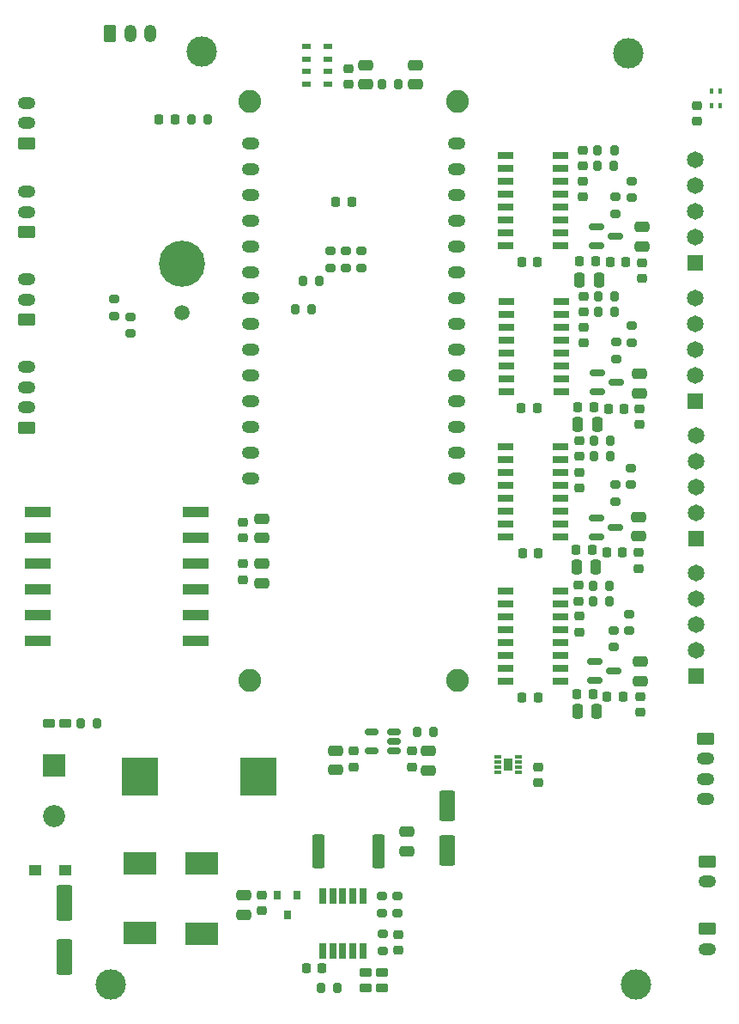
<source format=gts>
G04 #@! TF.GenerationSoftware,KiCad,Pcbnew,(6.0.5)*
G04 #@! TF.CreationDate,2022-06-09T16:15:49+02:00*
G04 #@! TF.ProjectId,ruche,72756368-652e-46b6-9963-61645f706362,rev?*
G04 #@! TF.SameCoordinates,Original*
G04 #@! TF.FileFunction,Soldermask,Top*
G04 #@! TF.FilePolarity,Negative*
%FSLAX46Y46*%
G04 Gerber Fmt 4.6, Leading zero omitted, Abs format (unit mm)*
G04 Created by KiCad (PCBNEW (6.0.5)) date 2022-06-09 16:15:49*
%MOMM*%
%LPD*%
G01*
G04 APERTURE LIST*
G04 Aperture macros list*
%AMRoundRect*
0 Rectangle with rounded corners*
0 $1 Rounding radius*
0 $2 $3 $4 $5 $6 $7 $8 $9 X,Y pos of 4 corners*
0 Add a 4 corners polygon primitive as box body*
4,1,4,$2,$3,$4,$5,$6,$7,$8,$9,$2,$3,0*
0 Add four circle primitives for the rounded corners*
1,1,$1+$1,$2,$3*
1,1,$1+$1,$4,$5*
1,1,$1+$1,$6,$7*
1,1,$1+$1,$8,$9*
0 Add four rect primitives between the rounded corners*
20,1,$1+$1,$2,$3,$4,$5,0*
20,1,$1+$1,$4,$5,$6,$7,0*
20,1,$1+$1,$6,$7,$8,$9,0*
20,1,$1+$1,$8,$9,$2,$3,0*%
G04 Aperture macros list end*
%ADD10RoundRect,0.250000X-0.550000X1.500000X-0.550000X-1.500000X0.550000X-1.500000X0.550000X1.500000X0*%
%ADD11RoundRect,0.225000X-0.250000X0.225000X-0.250000X-0.225000X0.250000X-0.225000X0.250000X0.225000X0*%
%ADD12RoundRect,0.250000X-0.475000X0.250000X-0.475000X-0.250000X0.475000X-0.250000X0.475000X0.250000X0*%
%ADD13RoundRect,0.225000X-0.225000X-0.250000X0.225000X-0.250000X0.225000X0.250000X-0.225000X0.250000X0*%
%ADD14RoundRect,0.250000X0.475000X-0.250000X0.475000X0.250000X-0.475000X0.250000X-0.475000X-0.250000X0*%
%ADD15RoundRect,0.250000X0.550000X-1.250000X0.550000X1.250000X-0.550000X1.250000X-0.550000X-1.250000X0*%
%ADD16RoundRect,0.212500X-0.400000X-0.212500X0.400000X-0.212500X0.400000X0.212500X-0.400000X0.212500X0*%
%ADD17R,1.240000X1.120000*%
%ADD18R,3.200000X2.250000*%
%ADD19R,0.650000X1.525000*%
%ADD20R,2.175000X2.175000*%
%ADD21C,2.175000*%
%ADD22RoundRect,0.250000X0.625000X-0.350000X0.625000X0.350000X-0.625000X0.350000X-0.625000X-0.350000X0*%
%ADD23O,1.750000X1.200000*%
%ADD24R,3.650000X3.750000*%
%ADD25R,0.800000X0.900000*%
%ADD26RoundRect,0.200000X-0.200000X-0.275000X0.200000X-0.275000X0.200000X0.275000X-0.200000X0.275000X0*%
%ADD27RoundRect,0.200000X0.275000X-0.200000X0.275000X0.200000X-0.275000X0.200000X-0.275000X-0.200000X0*%
%ADD28RoundRect,0.200000X-0.275000X0.200000X-0.275000X-0.200000X0.275000X-0.200000X0.275000X0.200000X0*%
%ADD29RoundRect,0.250000X-0.362500X-1.425000X0.362500X-1.425000X0.362500X1.425000X-0.362500X1.425000X0*%
%ADD30RoundRect,0.250000X-0.625000X0.350000X-0.625000X-0.350000X0.625000X-0.350000X0.625000X0.350000X0*%
%ADD31R,0.750000X0.300000*%
%ADD32R,0.900000X1.300000*%
%ADD33R,2.500000X1.000000*%
%ADD34R,0.300000X0.500000*%
%ADD35C,1.500000*%
%ADD36C,4.540000*%
%ADD37RoundRect,0.225000X0.250000X-0.225000X0.250000X0.225000X-0.250000X0.225000X-0.250000X-0.225000X0*%
%ADD38RoundRect,0.250000X-0.350000X-0.625000X0.350000X-0.625000X0.350000X0.625000X-0.350000X0.625000X0*%
%ADD39O,1.200000X1.750000*%
%ADD40RoundRect,0.150000X-0.587500X-0.150000X0.587500X-0.150000X0.587500X0.150000X-0.587500X0.150000X0*%
%ADD41R,1.650000X1.650000*%
%ADD42C,1.650000*%
%ADD43RoundRect,0.218750X0.218750X0.256250X-0.218750X0.256250X-0.218750X-0.256250X0.218750X-0.256250X0*%
%ADD44RoundRect,0.218750X-0.218750X-0.256250X0.218750X-0.256250X0.218750X0.256250X-0.218750X0.256250X0*%
%ADD45RoundRect,0.250000X-0.250000X-0.475000X0.250000X-0.475000X0.250000X0.475000X-0.250000X0.475000X0*%
%ADD46R,1.525000X0.700000*%
%ADD47C,2.250000*%
%ADD48RoundRect,0.225000X0.225000X0.250000X-0.225000X0.250000X-0.225000X-0.250000X0.225000X-0.250000X0*%
%ADD49C,3.000000*%
%ADD50R,0.950000X0.550000*%
%ADD51RoundRect,0.150000X0.512500X0.150000X-0.512500X0.150000X-0.512500X-0.150000X0.512500X-0.150000X0*%
G04 APERTURE END LIST*
D10*
X102625000Y-157110000D03*
X102625000Y-162510000D03*
D11*
X122060000Y-156385000D03*
X122060000Y-157935000D03*
D12*
X120290000Y-156390000D03*
X120290000Y-158290000D03*
D11*
X135560000Y-160275000D03*
X135560000Y-161825000D03*
X149347466Y-143757466D03*
X149347466Y-145307466D03*
D13*
X126495000Y-163600000D03*
X128045000Y-163600000D03*
D14*
X136410000Y-152035000D03*
X136410000Y-150135000D03*
D15*
X140380000Y-152010000D03*
X140380000Y-147610000D03*
D11*
X165012609Y-78557391D03*
X165012609Y-80107391D03*
D16*
X101047500Y-139430000D03*
X102672500Y-139430000D03*
D17*
X102700000Y-153900000D03*
X99700000Y-153900000D03*
D16*
X132307500Y-165542000D03*
X133932500Y-165542000D03*
X132327500Y-163992000D03*
X133952500Y-163992000D03*
D18*
X116180000Y-153260000D03*
X116180000Y-160160000D03*
X110025000Y-153235000D03*
X110025000Y-160135000D03*
D19*
X128070000Y-161912000D03*
X129070000Y-161912000D03*
X130070000Y-161912000D03*
X131070000Y-161912000D03*
X132070000Y-161912000D03*
X132070000Y-156488000D03*
X131070000Y-156488000D03*
X130070000Y-156488000D03*
X129070000Y-156488000D03*
X128070000Y-156488000D03*
D20*
X101550000Y-143635000D03*
D21*
X101550000Y-148635000D03*
D22*
X98900000Y-110310000D03*
D23*
X98900000Y-108310000D03*
X98900000Y-106310000D03*
X98900000Y-104310000D03*
D24*
X110040000Y-144690000D03*
X121740000Y-144690000D03*
D25*
X125540000Y-156350000D03*
X123640000Y-156350000D03*
X124590000Y-158350000D03*
D26*
X104195000Y-139420000D03*
X105845000Y-139420000D03*
D27*
X133990000Y-161875000D03*
X133990000Y-160225000D03*
D26*
X127895000Y-165540000D03*
X129545000Y-165540000D03*
D28*
X135460000Y-156485000D03*
X135460000Y-158135000D03*
D27*
X133960000Y-158135000D03*
X133960000Y-156485000D03*
D29*
X127637500Y-152030000D03*
X133562500Y-152030000D03*
D26*
X126105000Y-95830000D03*
X127755000Y-95830000D03*
X125345000Y-98620000D03*
X126995000Y-98620000D03*
D30*
X166010000Y-153050000D03*
D23*
X166010000Y-155050000D03*
D30*
X165990000Y-159690000D03*
D23*
X165990000Y-161690000D03*
D31*
X147397466Y-144257466D03*
X147397466Y-143757466D03*
X147397466Y-143257466D03*
X147397466Y-142757466D03*
X145397466Y-142757466D03*
X145397466Y-143257466D03*
X145397466Y-143757466D03*
X145397466Y-144257466D03*
D32*
X146397466Y-143507466D03*
D22*
X98875000Y-91035000D03*
D23*
X98875000Y-89035000D03*
X98875000Y-87035000D03*
D22*
X98870000Y-82310000D03*
D23*
X98870000Y-80310000D03*
X98870000Y-78310000D03*
D22*
X98900000Y-99685000D03*
D23*
X98900000Y-97685000D03*
X98900000Y-95685000D03*
D33*
X115525000Y-131340000D03*
X115525000Y-128800000D03*
X115525000Y-126260000D03*
X115525000Y-123720000D03*
X115525000Y-121180000D03*
X115525000Y-118640000D03*
X100025000Y-118640000D03*
X100025000Y-121180000D03*
X100025000Y-123720000D03*
X100025000Y-126260000D03*
X100025000Y-128800000D03*
X100025000Y-131340000D03*
D34*
X167287609Y-77157391D03*
X166487609Y-77157391D03*
X166487609Y-78557391D03*
X167287609Y-78557391D03*
D11*
X120225000Y-123730000D03*
X120225000Y-125280000D03*
D12*
X122050000Y-123730000D03*
X122050000Y-125630000D03*
D28*
X109140000Y-99365000D03*
X109140000Y-101015000D03*
D35*
X114220000Y-98940000D03*
D36*
X114220000Y-94140000D03*
D12*
X129340000Y-142160000D03*
X129340000Y-144060000D03*
D37*
X120240000Y-121195000D03*
X120240000Y-119645000D03*
D27*
X158540000Y-87655000D03*
X158540000Y-86005000D03*
D14*
X159570000Y-92450000D03*
X159570000Y-90550000D03*
X159420000Y-135290000D03*
X159420000Y-133390000D03*
D38*
X107100000Y-71460000D03*
D39*
X109100000Y-71460000D03*
X111100000Y-71460000D03*
D40*
X154952500Y-133340000D03*
X154952500Y-135240000D03*
X156827500Y-134290000D03*
D27*
X158280000Y-130325000D03*
X158280000Y-128675000D03*
X156980000Y-89235000D03*
X156980000Y-87585000D03*
D41*
X164870000Y-107720000D03*
D42*
X164870000Y-105180000D03*
X164870000Y-102640000D03*
X164870000Y-100100000D03*
X164870000Y-97560000D03*
D37*
X153370000Y-113105000D03*
X153370000Y-111555000D03*
D30*
X165870000Y-140940000D03*
D23*
X165870000Y-142940000D03*
X165870000Y-144940000D03*
X165870000Y-146940000D03*
D13*
X147825000Y-122700000D03*
X149375000Y-122700000D03*
X153265000Y-108270000D03*
X154815000Y-108270000D03*
D43*
X157677500Y-122630000D03*
X156102500Y-122630000D03*
D11*
X159370000Y-108445000D03*
X159370000Y-109995000D03*
D14*
X159370000Y-106910000D03*
X159370000Y-105010000D03*
D44*
X111962500Y-79950000D03*
X113537500Y-79950000D03*
D27*
X158460000Y-115925000D03*
X158460000Y-114275000D03*
D45*
X153280000Y-109990000D03*
X155180000Y-109990000D03*
X153220000Y-138290000D03*
X155120000Y-138290000D03*
D41*
X164900000Y-121250000D03*
D42*
X164900000Y-118710000D03*
X164900000Y-116170000D03*
X164900000Y-113630000D03*
X164900000Y-111090000D03*
D40*
X155152500Y-104870000D03*
X155152500Y-106770000D03*
X157027500Y-105820000D03*
D27*
X156820000Y-131945000D03*
X156820000Y-130295000D03*
D26*
X137385000Y-140290000D03*
X139035000Y-140290000D03*
D11*
X159570000Y-94035000D03*
X159570000Y-95585000D03*
D14*
X137225000Y-76480000D03*
X137225000Y-74580000D03*
D11*
X159270000Y-122625000D03*
X159270000Y-124175000D03*
D13*
X153105000Y-122370000D03*
X154655000Y-122370000D03*
D26*
X115135000Y-79950000D03*
X116785000Y-79950000D03*
D13*
X147755000Y-136920000D03*
X149305000Y-136920000D03*
D11*
X136860000Y-142195000D03*
X136860000Y-143745000D03*
D26*
X133925000Y-76480000D03*
X135575000Y-76480000D03*
D13*
X147675000Y-108410000D03*
X149225000Y-108410000D03*
D43*
X158007500Y-94010000D03*
X156432500Y-94010000D03*
X157700000Y-136810000D03*
X156125000Y-136810000D03*
D14*
X122100000Y-121160000D03*
X122100000Y-119260000D03*
D26*
X154815000Y-111560000D03*
X156465000Y-111560000D03*
D46*
X151602000Y-106775000D03*
X151602000Y-105505000D03*
X151602000Y-104235000D03*
X151602000Y-102965000D03*
X151602000Y-101695000D03*
X151602000Y-100425000D03*
X151602000Y-99155000D03*
X151602000Y-97885000D03*
X146178000Y-97885000D03*
X146178000Y-99155000D03*
X146178000Y-100425000D03*
X146178000Y-101695000D03*
X146178000Y-102965000D03*
X146178000Y-104235000D03*
X146178000Y-105505000D03*
X146178000Y-106775000D03*
D27*
X128820000Y-94535000D03*
X128820000Y-92885000D03*
D46*
X151562000Y-121085000D03*
X151562000Y-119815000D03*
X151562000Y-118545000D03*
X151562000Y-117275000D03*
X151562000Y-116005000D03*
X151562000Y-114735000D03*
X151562000Y-113465000D03*
X151562000Y-112195000D03*
X146138000Y-112195000D03*
X146138000Y-113465000D03*
X146138000Y-114735000D03*
X146138000Y-116005000D03*
X146138000Y-117275000D03*
X146138000Y-118545000D03*
X146138000Y-119815000D03*
X146138000Y-121085000D03*
D47*
X120877500Y-78185000D03*
X141377500Y-78185000D03*
X120877500Y-135185000D03*
X141377500Y-135185000D03*
D23*
X141287500Y-115300200D03*
X141287500Y-112760200D03*
X141287500Y-110220200D03*
X141287500Y-107680200D03*
X141287500Y-105140200D03*
X141287500Y-102600200D03*
X141287500Y-100060200D03*
X141287500Y-97520200D03*
X141287500Y-94980200D03*
X141287500Y-92440200D03*
X141287500Y-89900200D03*
X141287500Y-87360200D03*
X141287500Y-84820200D03*
X141287500Y-82280200D03*
X120967500Y-82280200D03*
X120967500Y-84820200D03*
X120967500Y-87360200D03*
X120967500Y-89900200D03*
X120967500Y-92440200D03*
X120967500Y-94980200D03*
X120967500Y-97520200D03*
X120967500Y-100060200D03*
X120967500Y-102600200D03*
X120967500Y-105140200D03*
X120967500Y-107680200D03*
X120967500Y-110220200D03*
X120967500Y-112760200D03*
X120967500Y-115300200D03*
D48*
X130945000Y-88080000D03*
X129395000Y-88080000D03*
D27*
X157040000Y-103545000D03*
X157040000Y-101895000D03*
D26*
X154745000Y-127400000D03*
X156395000Y-127400000D03*
D49*
X107210000Y-165180000D03*
D45*
X153440000Y-95760000D03*
X155340000Y-95760000D03*
D49*
X116150000Y-73270000D03*
D45*
X153120000Y-124080000D03*
X155020000Y-124080000D03*
D13*
X147745000Y-94020000D03*
X149295000Y-94020000D03*
D37*
X153820000Y-98895000D03*
X153820000Y-97345000D03*
D46*
X151542000Y-135285000D03*
X151542000Y-134015000D03*
X151542000Y-132745000D03*
X151542000Y-131475000D03*
X151542000Y-130205000D03*
X151542000Y-128935000D03*
X151542000Y-127665000D03*
X151542000Y-126395000D03*
X146118000Y-126395000D03*
X146118000Y-127665000D03*
X146118000Y-128935000D03*
X146118000Y-130205000D03*
X146118000Y-131475000D03*
X146118000Y-132745000D03*
X146118000Y-134015000D03*
X146118000Y-135285000D03*
D26*
X154815000Y-113110000D03*
X156465000Y-113110000D03*
D13*
X153185000Y-136530000D03*
X154735000Y-136530000D03*
X153425000Y-93900000D03*
X154975000Y-93900000D03*
D27*
X158540000Y-101915000D03*
X158540000Y-100265000D03*
X130350000Y-94535000D03*
X130350000Y-92885000D03*
D37*
X130675000Y-76455000D03*
X130675000Y-74905000D03*
D40*
X155072500Y-119190000D03*
X155072500Y-121090000D03*
X156947500Y-120140000D03*
D37*
X153710000Y-87585000D03*
X153710000Y-86035000D03*
D49*
X158270000Y-73400000D03*
D26*
X155265000Y-98890000D03*
X156915000Y-98890000D03*
D37*
X153820000Y-101965000D03*
X153820000Y-100415000D03*
D11*
X159420000Y-136805000D03*
X159420000Y-138355000D03*
D49*
X158980000Y-165180000D03*
D43*
X157847500Y-108470000D03*
X156272500Y-108470000D03*
D46*
X151560000Y-92390000D03*
X151560000Y-91120000D03*
X151560000Y-89850000D03*
X151560000Y-88580000D03*
X151560000Y-87310000D03*
X151560000Y-86040000D03*
X151560000Y-84770000D03*
X151560000Y-83500000D03*
X146136000Y-83500000D03*
X146136000Y-84770000D03*
X146136000Y-86040000D03*
X146136000Y-87310000D03*
X146136000Y-88580000D03*
X146136000Y-89850000D03*
X146136000Y-91120000D03*
X146136000Y-92390000D03*
D37*
X153730000Y-84535000D03*
X153730000Y-82985000D03*
D28*
X107490000Y-97655000D03*
X107490000Y-99305000D03*
D26*
X154755000Y-125870000D03*
X156405000Y-125870000D03*
D37*
X153360000Y-127395000D03*
X153360000Y-125845000D03*
D41*
X164900000Y-134800000D03*
D42*
X164900000Y-132260000D03*
X164900000Y-129720000D03*
X164900000Y-127180000D03*
X164900000Y-124640000D03*
D14*
X132350000Y-76480000D03*
X132350000Y-74580000D03*
D50*
X128620000Y-76475000D03*
X128620000Y-75225000D03*
X128620000Y-73975000D03*
X128620000Y-72725000D03*
X126470000Y-72725000D03*
X126470000Y-73975000D03*
X126470000Y-75225000D03*
X126470000Y-76475000D03*
D12*
X138530000Y-142190000D03*
X138530000Y-144090000D03*
D14*
X159270000Y-121010000D03*
X159270000Y-119110000D03*
D51*
X135157500Y-142190000D03*
X135157500Y-141240000D03*
X135157500Y-140290000D03*
X132882500Y-140290000D03*
X132882500Y-142190000D03*
D37*
X153370000Y-116275000D03*
X153370000Y-114725000D03*
D11*
X131150000Y-142195000D03*
X131150000Y-143745000D03*
D41*
X164870000Y-94100000D03*
D42*
X164870000Y-91560000D03*
X164870000Y-89020000D03*
X164870000Y-86480000D03*
X164870000Y-83940000D03*
D27*
X131870000Y-94535000D03*
X131870000Y-92885000D03*
D26*
X155195000Y-82980000D03*
X156845000Y-82980000D03*
D27*
X156940000Y-117575000D03*
X156940000Y-115925000D03*
D40*
X155072500Y-90480000D03*
X155072500Y-92380000D03*
X156947500Y-91430000D03*
D26*
X155185000Y-84500000D03*
X156835000Y-84500000D03*
X155265000Y-97370000D03*
X156915000Y-97370000D03*
D37*
X153370000Y-128895000D03*
X153370000Y-130445000D03*
M02*

</source>
